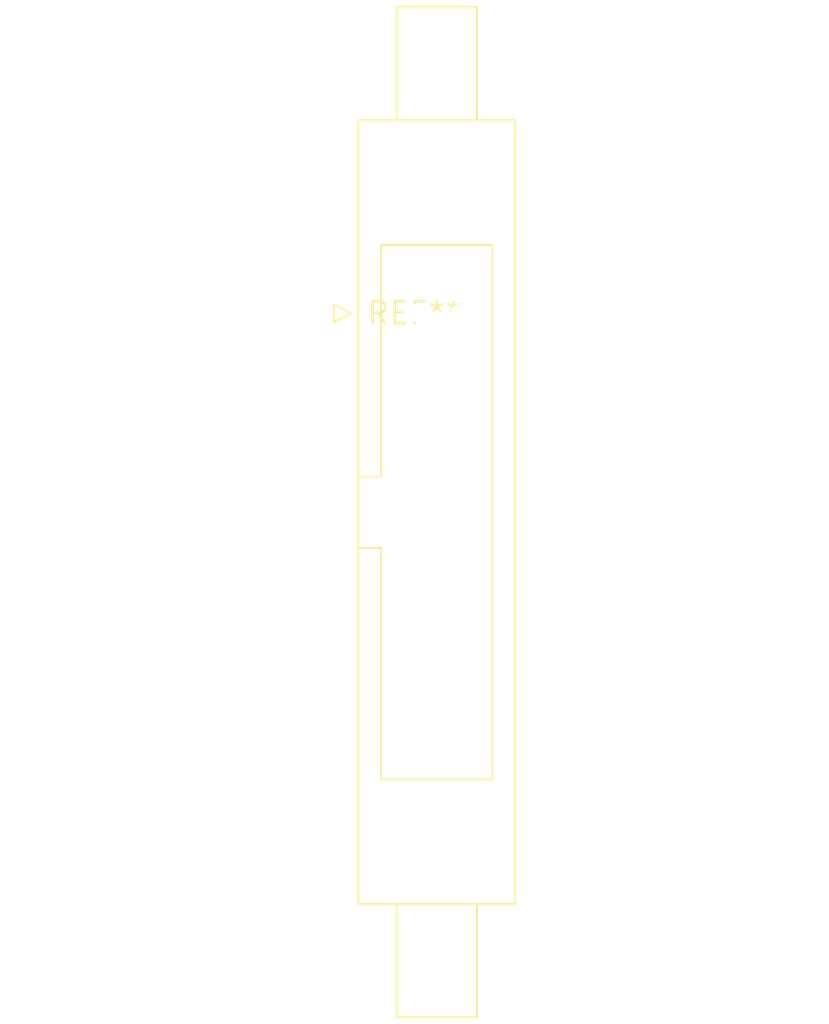
<source format=kicad_pcb>
(kicad_pcb (version 20240108) (generator pcbnew)
  (layers (0 "F.Cu" signal) (31 "B.Cu" signal) (34 "B.Paste" user) (35 "F.Paste" user) (36 "B.SilkS" user "B.Silkscreen") (37 "F.SilkS" user "F.Silkscreen") (38 "B.Mask" user) (39 "F.Mask" user) (44 "Edge.Cuts" user))
  (net 0 "")
  (footprint "IDC-Header_2x10_P2.54mm_Latch6.5mm_Vertical" (layer "F.Cu") (at 0 0)
    (property "Reference" "REF**")
    (property "Value" "IDC-Header_2x10_P2.54mm_Latch6.5mm_Vertical")
    (fp_line (start -4.63 -0.5) (end -4.63 0.5) (layer "F.SilkS") (stroke (width 0.12)))
    (fp_line (start -4.63 0.5) (end -3.63 0) (layer "F.SilkS") (stroke (width 0.12)))
    (fp_line (start -3.63 0) (end -4.63 -0.5) (layer "F.SilkS") (stroke (width 0.12)))
    (fp_line (start -3.24 -11.08) (end 5.78 -11.08) (layer "F.SilkS") (stroke (width 0.12)))
    (fp_line (start -3.24 9.38) (end -1.93 9.38) (layer "F.SilkS") (stroke (width 0.12)))
    (fp_line (start -3.24 33.94) (end -3.24 -11.08) (layer "F.SilkS") (stroke (width 0.12)))
    (fp_line (start -1.93 -3.92) (end 4.47 -3.92) (layer "F.SilkS") (stroke (width 0.12)))
    (fp_line (start -1.93 9.38) (end -1.93 -3.92) (layer "F.SilkS") (stroke (width 0.12)))
    (fp_line (start -1.93 13.48) (end -3.24 13.48) (layer "F.SilkS") (stroke (width 0.12)))
    (fp_line (start -1.93 13.48) (end -1.93 13.48) (layer "F.SilkS") (stroke (width 0.12)))
    (fp_line (start -1.93 26.78) (end -1.93 13.48) (layer "F.SilkS") (stroke (width 0.12)))
    (fp_line (start -1.04 -17.58) (end 3.58 -17.58) (layer "F.SilkS") (stroke (width 0.12)))
    (fp_line (start -1.04 -11.08) (end -1.04 -17.58) (layer "F.SilkS") (stroke (width 0.12)))
    (fp_line (start -1.04 33.94) (end -1.04 40.44) (layer "F.SilkS") (stroke (width 0.12)))
    (fp_line (start -1.04 40.44) (end 3.58 40.44) (layer "F.SilkS") (stroke (width 0.12)))
    (fp_line (start 3.58 -17.58) (end 3.58 -11.08) (layer "F.SilkS") (stroke (width 0.12)))
    (fp_line (start 3.58 40.44) (end 3.58 33.94) (layer "F.SilkS") (stroke (width 0.12)))
    (fp_line (start 4.47 -3.92) (end 4.47 26.78) (layer "F.SilkS") (stroke (width 0.12)))
    (fp_line (start 4.47 26.78) (end -1.93 26.78) (layer "F.SilkS") (stroke (width 0.12)))
    (fp_line (start 5.78 -11.08) (end 5.78 33.94) (layer "F.SilkS") (stroke (width 0.12)))
    (fp_line (start 5.78 33.94) (end -3.24 33.94) (layer "F.SilkS") (stroke (width 0.12)))
    (pad "1" thru_hole roundrect (at 0 0) (size 1.7 1.7) (drill 1) (layers *.Cu *.Mask) (remove_unused_layers) (roundrect_rratio 0.147059))
    (pad "2" thru_hole circle (at 2.54 0) (size 1.7 1.7) (drill 1) (layers *.Cu *.Mask) (remove_unused_layers))
    (pad "3" thru_hole circle (at 0 2.54) (size 1.7 1.7) (drill 1) (layers *.Cu *.Mask) (remove_unused_layers))
    (pad "4" thru_hole circle (at 2.54 2.54) (size 1.7 1.7) (drill 1) (layers *.Cu *.Mask) (remove_unused_layers))
    (pad "5" thru_hole circle (at 0 5.08) (size 1.7 1.7) (drill 1) (layers *.Cu *.Mask) (remove_unused_layers))
    (pad "6" thru_hole circle (at 2.54 5.08) (size 1.7 1.7) (drill 1) (layers *.Cu *.Mask) (remove_unused_layers))
    (pad "7" thru_hole circle (at 0 7.62) (size 1.7 1.7) (drill 1) (layers *.Cu *.Mask) (remove_unused_layers))
    (pad "8" thru_hole circle (at 2.54 7.62) (size 1.7 1.7) (drill 1) (layers *.Cu *.Mask) (remove_unused_layers))
    (pad "9" thru_hole circle (at 0 10.16) (size 1.7 1.7) (drill 1) (layers *.Cu *.Mask) (remove_unused_layers))
    (pad "10" thru_hole circle (at 2.54 10.16) (size 1.7 1.7) (drill 1) (layers *.Cu *.Mask) (remove_unused_layers))
    (pad "11" thru_hole circle (at 0 12.7) (size 1.7 1.7) (drill 1) (layers *.Cu *.Mask) (remove_unused_layers))
    (pad "12" thru_hole circle (at 2.54 12.7) (size 1.7 1.7) (drill 1) (layers *.Cu *.Mask) (remove_unused_layers))
    (pad "13" thru_hole circle (at 0 15.24) (size 1.7 1.7) (drill 1) (layers *.Cu *.Mask) (remove_unused_layers))
    (pad "14" thru_hole circle (at 2.54 15.24) (size 1.7 1.7) (drill 1) (layers *.Cu *.Mask) (remove_unused_layers))
    (pad "15" thru_hole circle (at 0 17.78) (size 1.7 1.7) (drill 1) (layers *.Cu *.Mask) (remove_unused_layers))
    (pad "16" thru_hole circle (at 2.54 17.78) (size 1.7 1.7) (drill 1) (layers *.Cu *.Mask) (remove_unused_layers))
    (pad "17" thru_hole circle (at 0 20.32) (size 1.7 1.7) (drill 1) (layers *.Cu *.Mask) (remove_unused_layers))
    (pad "18" thru_hole circle (at 2.54 20.32) (size 1.7 1.7) (drill 1) (layers *.Cu *.Mask) (remove_unused_layers))
    (pad "19" thru_hole circle (at 0 22.86) (size 1.7 1.7) (drill 1) (layers *.Cu *.Mask) (remove_unused_layers))
    (pad "20" thru_hole circle (at 2.54 22.86) (size 1.7 1.7) (drill 1) (layers *.Cu *.Mask) (remove_unused_layers))
  )
)
</source>
